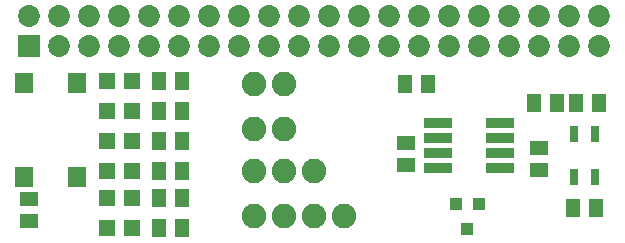
<source format=gts>
G75*
%MOIN*%
%OFA0B0*%
%FSLAX24Y24*%
%IPPOS*%
%LPD*%
%AMOC8*
5,1,8,0,0,1.08239X$1,22.5*
%
%ADD10C,0.0730*%
%ADD11R,0.0730X0.0730*%
%ADD12R,0.0316X0.0552*%
%ADD13R,0.0474X0.0631*%
%ADD14R,0.0631X0.0474*%
%ADD15R,0.0592X0.0690*%
%ADD16R,0.0552X0.0552*%
%ADD17R,0.0950X0.0320*%
%ADD18R,0.0395X0.0434*%
%ADD19C,0.0820*%
D10*
X001880Y006980D03*
X002880Y006980D03*
X003880Y006980D03*
X004880Y006980D03*
X005880Y006980D03*
X006880Y006980D03*
X007880Y006980D03*
X008880Y006980D03*
X009880Y006980D03*
X010880Y006980D03*
X011880Y006980D03*
X012880Y006980D03*
X013880Y006980D03*
X014880Y006980D03*
X015880Y006980D03*
X016880Y006980D03*
X017880Y006980D03*
X018880Y006980D03*
X019880Y006980D03*
X019880Y007980D03*
X018880Y007980D03*
X017880Y007980D03*
X016880Y007980D03*
X015880Y007980D03*
X014880Y007980D03*
X013880Y007980D03*
X012880Y007980D03*
X011880Y007980D03*
X010880Y007980D03*
X009880Y007980D03*
X008880Y007980D03*
X007880Y007980D03*
X006880Y007980D03*
X005880Y007980D03*
X004880Y007980D03*
X003880Y007980D03*
X002880Y007980D03*
X001880Y007980D03*
X000880Y007980D03*
D11*
X000880Y006980D03*
D12*
X019026Y004039D03*
X019734Y004039D03*
X019734Y002621D03*
X019026Y002621D03*
D13*
X019006Y001580D03*
X019754Y001580D03*
X019854Y005080D03*
X019106Y005080D03*
X018454Y005080D03*
X017706Y005080D03*
X014154Y005730D03*
X013406Y005730D03*
X005954Y005830D03*
X005206Y005830D03*
X005206Y004830D03*
X005954Y004830D03*
X005954Y003830D03*
X005206Y003830D03*
X005206Y002830D03*
X005954Y002830D03*
X005954Y001930D03*
X005206Y001930D03*
X005206Y000930D03*
X005954Y000930D03*
D14*
X000880Y001156D03*
X000880Y001904D03*
X013430Y003006D03*
X013430Y003754D03*
X017880Y003604D03*
X017880Y002856D03*
D15*
X002466Y002615D03*
X000694Y002615D03*
X000694Y005745D03*
X002466Y005745D03*
D16*
X003467Y005830D03*
X004293Y005830D03*
X004293Y004830D03*
X003467Y004830D03*
X003467Y003830D03*
X004293Y003830D03*
X004293Y002830D03*
X003467Y002830D03*
X003467Y001930D03*
X004293Y001930D03*
X004293Y000930D03*
X003467Y000930D03*
D17*
X014510Y002928D03*
X014510Y003428D03*
X014510Y003928D03*
X014510Y004428D03*
X016570Y004428D03*
X016570Y003928D03*
X016570Y003428D03*
X016570Y002928D03*
D18*
X015854Y001724D03*
X015106Y001724D03*
X015480Y000897D03*
D19*
X011380Y001330D03*
X010380Y001330D03*
X009380Y001330D03*
X008380Y001330D03*
X008380Y002830D03*
X009380Y002830D03*
X010380Y002830D03*
X009380Y004230D03*
X008380Y004230D03*
X008380Y005730D03*
X009380Y005730D03*
M02*

</source>
